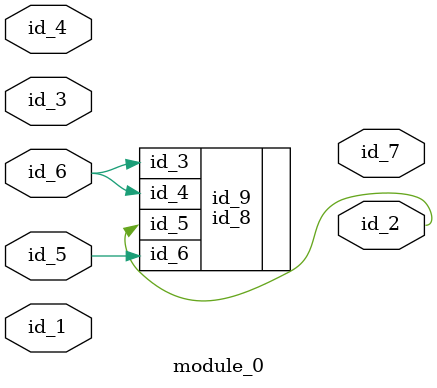
<source format=v>
module module_0 (
    id_1,
    id_2,
    id_3,
    id_4,
    id_5,
    id_6,
    id_7
);
  output id_7;
  input id_6;
  input id_5;
  input id_4;
  input id_3;
  output id_2;
  input id_1;
  id_8 id_9 (
      .id_4(id_7),
      .id_3(id_6),
      .id_5(1'h0),
      .id_6(id_5),
      .id_5(id_2),
      .id_4(id_6)
  );
  id_10 id_11 (
      .id_2(1),
      .id_9(id_1),
      .id_1(id_3)
  );
  id_12 id_13 (
      .id_1((id_9)),
      .id_9(1'b0),
      .id_7(id_3)
  );
endmodule

</source>
